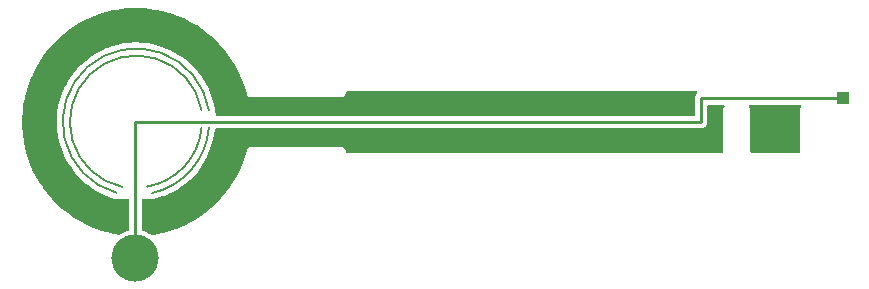
<source format=gbr>
%TF.GenerationSoftware,KiCad,Pcbnew,(6.0.6)*%
%TF.CreationDate,2022-09-17T20:01:25-04:00*%
%TF.ProjectId,Volta_Needle,566f6c74-615f-44e6-9565-646c652e6b69,rev?*%
%TF.SameCoordinates,Original*%
%TF.FileFunction,Copper,L2,Bot*%
%TF.FilePolarity,Positive*%
%FSLAX46Y46*%
G04 Gerber Fmt 4.6, Leading zero omitted, Abs format (unit mm)*
G04 Created by KiCad (PCBNEW (6.0.6)) date 2022-09-17 20:01:25*
%MOMM*%
%LPD*%
G01*
G04 APERTURE LIST*
%TA.AperFunction,NonConductor*%
%ADD10C,0.200000*%
%TD*%
%TA.AperFunction,SMDPad,CuDef*%
%ADD11C,4.000000*%
%TD*%
%TA.AperFunction,SMDPad,CuDef*%
%ADD12R,1.000000X1.000000*%
%TD*%
%TA.AperFunction,Conductor*%
%ADD13C,0.250000*%
%TD*%
G04 APERTURE END LIST*
D10*
X151757769Y-86028101D02*
G75*
G03*
X156573829Y-80502299I-1332640J6023114D01*
G01*
X155948689Y-78965406D02*
G75*
G03*
X149252049Y-85502298I-5528103J-1035394D01*
G01*
X156573830Y-79030454D02*
G75*
G03*
X148752049Y-86002298I-6153111J-970353D01*
G01*
X151330783Y-85476598D02*
G75*
G03*
X155948688Y-80502299I-909043J5474585D01*
G01*
D11*
%TO.P,J2,1,Pin_1*%
%TO.N,Net-(J1-Pad1)*%
X150360000Y-91560000D03*
%TD*%
D12*
%TO.P,J1,1,Pin_1*%
%TO.N,Net-(J1-Pad1)*%
X210252049Y-78002299D03*
%TD*%
D13*
%TO.N,Net-(J1-Pad1)*%
X150360000Y-80012299D02*
X150360000Y-90860250D01*
X198252049Y-80002299D02*
X150360000Y-80012299D01*
X150360000Y-90860250D02*
X150502049Y-91002299D01*
X198252049Y-78002299D02*
X198252049Y-80002299D01*
X210252049Y-78002299D02*
X198252049Y-78002299D01*
%TD*%
%TA.AperFunction,NonConductor*%
G36*
X206673486Y-78547484D02*
G01*
X206719241Y-78600288D01*
X206729185Y-78669446D01*
X206700160Y-78733002D01*
X206694128Y-78739480D01*
X206671950Y-78761658D01*
X206614354Y-78874696D01*
X206594508Y-79000000D01*
X206596035Y-79009641D01*
X206597973Y-79021878D01*
X206599500Y-79041275D01*
X206599500Y-82475500D01*
X206579815Y-82542539D01*
X206527011Y-82588294D01*
X206475500Y-82599500D01*
X202524500Y-82599500D01*
X202457461Y-82579815D01*
X202411706Y-82527011D01*
X202400500Y-82475500D01*
X202400500Y-79041275D01*
X202402027Y-79021878D01*
X202403965Y-79009641D01*
X202405492Y-79000000D01*
X202385646Y-78874696D01*
X202328050Y-78761658D01*
X202305872Y-78739480D01*
X202272387Y-78678157D01*
X202277371Y-78608465D01*
X202319243Y-78552532D01*
X202384707Y-78528115D01*
X202393553Y-78527799D01*
X206606447Y-78527799D01*
X206673486Y-78547484D01*
G37*
%TD.AperFunction*%
%TA.AperFunction,NonConductor*%
G36*
X150590830Y-70359220D02*
G01*
X150871605Y-70363530D01*
X150879471Y-70363901D01*
X151258606Y-70393927D01*
X151484569Y-70411822D01*
X151492415Y-70412696D01*
X152093205Y-70499022D01*
X152100980Y-70500393D01*
X152695078Y-70624781D01*
X152702729Y-70626638D01*
X153138977Y-70747407D01*
X153287699Y-70788578D01*
X153295237Y-70790925D01*
X153816061Y-70971506D01*
X153868731Y-70989768D01*
X153876104Y-70992591D01*
X154435754Y-71227515D01*
X154442933Y-71230801D01*
X154986508Y-71500868D01*
X154993463Y-71504604D01*
X155518752Y-71808717D01*
X155525455Y-71812888D01*
X156030316Y-72149804D01*
X156036741Y-72154393D01*
X156519158Y-72522771D01*
X156525277Y-72527760D01*
X156983262Y-72926080D01*
X156989049Y-72931446D01*
X157185918Y-73126012D01*
X157420761Y-73358107D01*
X157426197Y-73363833D01*
X157829882Y-73817103D01*
X157834942Y-73823163D01*
X157924548Y-73937689D01*
X158208967Y-74301207D01*
X158213614Y-74307551D01*
X158556469Y-74808441D01*
X158560703Y-74815070D01*
X158756326Y-75143978D01*
X158870994Y-75336774D01*
X158874811Y-75343685D01*
X159151249Y-75884033D01*
X159154619Y-75891172D01*
X159396113Y-76448019D01*
X159399023Y-76455359D01*
X159604599Y-77026467D01*
X159607035Y-77033977D01*
X159766376Y-77584288D01*
X159770733Y-77607269D01*
X159772108Y-77622025D01*
X159775972Y-77630986D01*
X159776891Y-77634587D01*
X159778042Y-77638106D01*
X159779586Y-77647738D01*
X159784032Y-77656423D01*
X159784033Y-77656426D01*
X159800591Y-77688770D01*
X159804082Y-77696182D01*
X159822337Y-77738524D01*
X159828780Y-77745852D01*
X159830752Y-77748969D01*
X159832946Y-77751976D01*
X159837395Y-77760667D01*
X159863376Y-77786549D01*
X159870060Y-77793208D01*
X159875668Y-77799177D01*
X159906109Y-77833798D01*
X159914507Y-77838780D01*
X159917362Y-77841148D01*
X159920358Y-77843316D01*
X159927273Y-77850205D01*
X159935977Y-77854619D01*
X159968406Y-77871065D01*
X159975585Y-77875010D01*
X160015222Y-77898523D01*
X160024743Y-77900665D01*
X160028195Y-77902037D01*
X160031716Y-77903174D01*
X160040419Y-77907587D01*
X160085973Y-77914714D01*
X160094012Y-77916246D01*
X160129469Y-77924221D01*
X160129473Y-77924221D01*
X160138995Y-77926363D01*
X160178370Y-77922694D01*
X160189628Y-77922159D01*
X163903001Y-77915139D01*
X167708987Y-77907943D01*
X167728613Y-77909469D01*
X167750000Y-77912856D01*
X167759635Y-77911330D01*
X167759638Y-77911330D01*
X167781750Y-77907828D01*
X167781943Y-77907805D01*
X167782277Y-77907804D01*
X167813136Y-77902856D01*
X167813371Y-77902819D01*
X167840495Y-77898523D01*
X167875304Y-77893010D01*
X167875651Y-77892833D01*
X167876033Y-77892772D01*
X167914828Y-77872913D01*
X167931944Y-77864151D01*
X167932151Y-77864045D01*
X167979733Y-77839801D01*
X167979735Y-77839799D01*
X167988342Y-77835414D01*
X167988616Y-77835140D01*
X167988962Y-77834963D01*
X168033468Y-77790288D01*
X168078050Y-77745706D01*
X168078227Y-77745359D01*
X168078500Y-77745085D01*
X168107099Y-77688694D01*
X168125744Y-77652102D01*
X168131222Y-77641351D01*
X168131222Y-77641350D01*
X168135646Y-77632668D01*
X168135706Y-77632287D01*
X168135883Y-77631939D01*
X168145686Y-77569276D01*
X168150500Y-77538883D01*
X168150500Y-77538551D01*
X168150522Y-77538363D01*
X168155492Y-77506596D01*
X168159118Y-77507163D01*
X168173579Y-77457626D01*
X168226310Y-77411787D01*
X168278000Y-77400500D01*
X197809963Y-77400500D01*
X197877002Y-77420185D01*
X197922757Y-77472989D01*
X197932701Y-77542147D01*
X197903676Y-77605703D01*
X197887997Y-77620867D01*
X197873895Y-77632287D01*
X197865374Y-77639187D01*
X197860478Y-77646076D01*
X197854819Y-77652102D01*
X197849555Y-77658465D01*
X197843337Y-77664183D01*
X197838885Y-77671364D01*
X197838882Y-77671367D01*
X197816159Y-77708015D01*
X197811849Y-77714502D01*
X197786868Y-77749655D01*
X197781970Y-77756548D01*
X197779106Y-77764503D01*
X197775280Y-77771822D01*
X197771922Y-77779363D01*
X197767467Y-77786549D01*
X197753438Y-77834836D01*
X197753078Y-77836076D01*
X197750671Y-77843483D01*
X197733199Y-77892014D01*
X197732580Y-77900445D01*
X197730822Y-77908715D01*
X197730599Y-77908668D01*
X197729977Y-77912125D01*
X197730262Y-77912176D01*
X197729112Y-77918567D01*
X197727298Y-77924811D01*
X197726549Y-77935011D01*
X197726549Y-77978030D01*
X197726216Y-77987111D01*
X197722655Y-78035606D01*
X197724325Y-78043886D01*
X197724517Y-78046947D01*
X197726549Y-78067297D01*
X197726549Y-79352935D01*
X197706864Y-79419974D01*
X197654060Y-79465729D01*
X197602576Y-79476935D01*
X159507692Y-79484889D01*
X157256029Y-79485359D01*
X157188985Y-79465688D01*
X157143219Y-79412894D01*
X157134685Y-79387009D01*
X157076512Y-79111869D01*
X157073837Y-79084946D01*
X157075031Y-78968712D01*
X157075031Y-78968708D01*
X157075080Y-78963914D01*
X157073304Y-78951687D01*
X157072047Y-78947603D01*
X157071935Y-78947071D01*
X156975733Y-78457415D01*
X156975730Y-78457404D01*
X156975285Y-78455137D01*
X156840694Y-77967247D01*
X156690548Y-77548579D01*
X156670633Y-77493047D01*
X156670631Y-77493042D01*
X156669842Y-77490842D01*
X156463693Y-77028614D01*
X156310991Y-76745527D01*
X156224517Y-76585217D01*
X156224512Y-76585208D01*
X156223414Y-76583173D01*
X155965987Y-76181425D01*
X155951624Y-76159009D01*
X155951622Y-76159007D01*
X155950359Y-76157035D01*
X155646073Y-75752608D01*
X155527954Y-75617987D01*
X155313814Y-75373931D01*
X155313811Y-75373927D01*
X155312273Y-75372175D01*
X155013770Y-75079566D01*
X154952509Y-75019515D01*
X154952507Y-75019513D01*
X154950845Y-75017884D01*
X154949070Y-75016388D01*
X154949061Y-75016380D01*
X154565611Y-74693239D01*
X154563830Y-74691738D01*
X154301928Y-74502747D01*
X154155316Y-74396950D01*
X154155307Y-74396944D01*
X154153414Y-74395578D01*
X153721915Y-74131078D01*
X153719862Y-74130023D01*
X153719848Y-74130015D01*
X153273838Y-73900793D01*
X153271770Y-73899730D01*
X152805522Y-73702842D01*
X152325805Y-73541525D01*
X152002052Y-73459125D01*
X151837575Y-73417263D01*
X151837571Y-73417262D01*
X151835327Y-73416691D01*
X151833055Y-73416292D01*
X151833048Y-73416290D01*
X151339153Y-73329448D01*
X151339144Y-73329447D01*
X151336859Y-73329045D01*
X150833217Y-73279082D01*
X150520430Y-73271665D01*
X150329574Y-73267139D01*
X150329568Y-73267139D01*
X150327245Y-73267084D01*
X149821800Y-73293120D01*
X149819500Y-73293413D01*
X149819498Y-73293413D01*
X149753081Y-73301869D01*
X149319738Y-73357040D01*
X148823895Y-73458486D01*
X148337070Y-73596884D01*
X148334901Y-73597681D01*
X148334895Y-73597683D01*
X148046257Y-73703748D01*
X147862015Y-73771451D01*
X147401410Y-73981203D01*
X147399372Y-73982323D01*
X147399366Y-73982326D01*
X147237944Y-74071035D01*
X146957860Y-74224954D01*
X146955935Y-74226209D01*
X146955928Y-74226213D01*
X146535820Y-74500055D01*
X146535809Y-74500063D01*
X146533868Y-74501328D01*
X146532017Y-74502744D01*
X146532012Y-74502747D01*
X146447122Y-74567662D01*
X146131829Y-74808764D01*
X146130093Y-74810311D01*
X146130091Y-74810313D01*
X145755749Y-75143978D01*
X145755741Y-75143985D01*
X145754014Y-75145525D01*
X145752402Y-75147195D01*
X145752393Y-75147204D01*
X145533590Y-75373931D01*
X145402557Y-75509709D01*
X145401065Y-75511508D01*
X145401063Y-75511510D01*
X145080942Y-75897451D01*
X145080934Y-75897462D01*
X145079443Y-75899259D01*
X144786498Y-76311976D01*
X144785298Y-76313968D01*
X144785293Y-76313976D01*
X144526585Y-76743517D01*
X144526578Y-76743529D01*
X144525375Y-76745527D01*
X144524319Y-76747621D01*
X144524315Y-76747629D01*
X144332342Y-77128447D01*
X144297550Y-77197465D01*
X144242405Y-77330953D01*
X144107949Y-77656426D01*
X144104309Y-77665236D01*
X144103587Y-77667440D01*
X143976648Y-78054918D01*
X143946744Y-78146198D01*
X143825744Y-78637636D01*
X143741994Y-79136773D01*
X143695966Y-79640790D01*
X143695929Y-79643132D01*
X143689185Y-80067306D01*
X143687920Y-80146841D01*
X143717901Y-80652067D01*
X143785741Y-81153614D01*
X143891056Y-81648650D01*
X143891713Y-81650895D01*
X143891715Y-81650902D01*
X144029966Y-82123157D01*
X144033251Y-82134379D01*
X144034064Y-82136540D01*
X144034067Y-82136548D01*
X144200895Y-82579815D01*
X144211524Y-82608057D01*
X144212507Y-82610172D01*
X144212508Y-82610174D01*
X144408369Y-83031519D01*
X144424866Y-83067009D01*
X144672074Y-83508643D01*
X144951751Y-83930463D01*
X145262317Y-84330089D01*
X145263880Y-84331815D01*
X145580615Y-84681624D01*
X145602018Y-84705262D01*
X145968936Y-85053864D01*
X145970744Y-85055340D01*
X146208441Y-85249385D01*
X146360998Y-85373926D01*
X146362906Y-85375258D01*
X146605436Y-85544572D01*
X146775990Y-85663639D01*
X146777977Y-85664815D01*
X146777979Y-85664816D01*
X147209562Y-85920182D01*
X147209569Y-85920186D01*
X147211567Y-85921368D01*
X147213648Y-85922397D01*
X147213654Y-85922400D01*
X147390098Y-86009625D01*
X147665270Y-86145657D01*
X147667422Y-86146526D01*
X147667430Y-86146530D01*
X148132362Y-86334361D01*
X148132369Y-86334363D01*
X148134536Y-86335239D01*
X148136760Y-86335949D01*
X148136770Y-86335952D01*
X148594918Y-86482090D01*
X148600536Y-86484044D01*
X148604735Y-86486010D01*
X148609338Y-86487350D01*
X148609339Y-86487351D01*
X148611996Y-86488125D01*
X148612000Y-86488126D01*
X148616598Y-86489465D01*
X148621356Y-86490082D01*
X148750010Y-86506765D01*
X148750012Y-86506765D01*
X148758773Y-86507901D01*
X148808264Y-86500140D01*
X148827519Y-86498644D01*
X149303455Y-86498865D01*
X149710558Y-86499054D01*
X149777588Y-86518770D01*
X149823318Y-86571595D01*
X149834500Y-86623054D01*
X149834500Y-89120380D01*
X149814815Y-89187419D01*
X149762011Y-89233174D01*
X149741338Y-89240483D01*
X149713768Y-89247562D01*
X149620518Y-89271504D01*
X149620511Y-89271506D01*
X149616738Y-89272475D01*
X149613109Y-89273912D01*
X149339527Y-89382230D01*
X149339522Y-89382232D01*
X149335896Y-89383668D01*
X149071205Y-89529184D01*
X149068054Y-89531473D01*
X149068045Y-89531479D01*
X149067036Y-89532212D01*
X149066702Y-89532331D01*
X149064761Y-89533563D01*
X149064482Y-89533123D01*
X149001229Y-89555688D01*
X148973916Y-89554227D01*
X148697308Y-89508463D01*
X148545031Y-89483269D01*
X148537306Y-89481737D01*
X147945965Y-89344746D01*
X147938368Y-89342729D01*
X147455247Y-89197862D01*
X147356966Y-89168392D01*
X147349480Y-89165885D01*
X146780344Y-88954899D01*
X146773033Y-88951920D01*
X146218516Y-88705162D01*
X146211408Y-88701725D01*
X145673669Y-88420153D01*
X145666795Y-88416269D01*
X145148108Y-88101074D01*
X145141495Y-88096762D01*
X144643888Y-87749177D01*
X144637563Y-87744452D01*
X144163099Y-87365916D01*
X144157087Y-87360798D01*
X143946294Y-87169448D01*
X143707657Y-86952822D01*
X143702009Y-86947358D01*
X143453476Y-86691064D01*
X143279443Y-86511597D01*
X143274131Y-86505757D01*
X142880184Y-86044028D01*
X142875253Y-86037862D01*
X142511474Y-85551980D01*
X142506946Y-85545513D01*
X142188204Y-85057932D01*
X142174826Y-85037467D01*
X142170720Y-85030728D01*
X142116289Y-84934618D01*
X141871603Y-84502576D01*
X141867934Y-84495588D01*
X141723926Y-84198703D01*
X141603025Y-83949454D01*
X141599820Y-83942271D01*
X141370211Y-83380407D01*
X141367458Y-83373007D01*
X141264603Y-83067009D01*
X141174064Y-82797651D01*
X141171792Y-82790104D01*
X141105780Y-82542539D01*
X141015409Y-82203625D01*
X141013619Y-82195936D01*
X140894874Y-81600692D01*
X140893577Y-81592904D01*
X140812954Y-80991319D01*
X140812155Y-80983465D01*
X140769978Y-80377969D01*
X140769680Y-80370079D01*
X140766121Y-79763116D01*
X140766326Y-79755224D01*
X140766767Y-79747616D01*
X140801400Y-79149269D01*
X140802107Y-79141405D01*
X140875671Y-78538908D01*
X140876877Y-78531106D01*
X140988632Y-77934517D01*
X140990332Y-77926807D01*
X141139827Y-77338539D01*
X141142014Y-77330953D01*
X141239708Y-77028614D01*
X141328644Y-76753379D01*
X141331306Y-76745959D01*
X141554317Y-76181425D01*
X141557450Y-76174178D01*
X141815916Y-75625020D01*
X141819503Y-75617987D01*
X142112410Y-75086356D01*
X142116438Y-75079566D01*
X142155736Y-75017884D01*
X142442582Y-74567653D01*
X142447028Y-74561142D01*
X142568874Y-74394358D01*
X142805080Y-74071034D01*
X142809937Y-74064811D01*
X143198462Y-73598471D01*
X143203706Y-73592570D01*
X143426363Y-73357506D01*
X143621110Y-73151908D01*
X143626695Y-73146375D01*
X144071342Y-72733126D01*
X144077254Y-72727974D01*
X144547277Y-72343876D01*
X144553529Y-72339091D01*
X145047019Y-71985699D01*
X145053581Y-71981309D01*
X145323551Y-71812888D01*
X145568570Y-71660033D01*
X145575356Y-71656093D01*
X146109781Y-71368221D01*
X146116821Y-71364714D01*
X146668426Y-71111460D01*
X146675703Y-71108396D01*
X147242328Y-70890750D01*
X147249774Y-70888159D01*
X147829086Y-70707017D01*
X147836693Y-70704902D01*
X148426346Y-70560997D01*
X148434071Y-70559370D01*
X148793936Y-70495486D01*
X149031701Y-70453278D01*
X149039512Y-70452146D01*
X149642687Y-70384299D01*
X149650556Y-70383667D01*
X150256813Y-70354344D01*
X150264707Y-70354214D01*
X150590830Y-70359220D01*
G37*
%TD.AperFunction*%
%TA.AperFunction,NonConductor*%
G36*
X200173486Y-78547484D02*
G01*
X200219241Y-78600288D01*
X200229185Y-78669446D01*
X200200160Y-78733002D01*
X200194128Y-78739480D01*
X200171950Y-78761658D01*
X200114354Y-78874696D01*
X200094508Y-79000000D01*
X200096035Y-79009641D01*
X200097973Y-79021878D01*
X200099500Y-79041275D01*
X200099500Y-82475500D01*
X200079815Y-82542539D01*
X200027011Y-82588294D01*
X199975500Y-82599500D01*
X168277157Y-82599500D01*
X168210118Y-82579815D01*
X168164363Y-82527011D01*
X168154684Y-82494898D01*
X168141989Y-82414743D01*
X168135646Y-82374696D01*
X168078050Y-82261658D01*
X167988342Y-82171950D01*
X167875304Y-82114354D01*
X167781519Y-82099500D01*
X167750000Y-82094508D01*
X167740359Y-82096035D01*
X167728122Y-82097973D01*
X167708725Y-82099500D01*
X160189418Y-82099500D01*
X160177892Y-82098963D01*
X160148778Y-82096245D01*
X160148777Y-82096245D01*
X160139061Y-82095338D01*
X160129539Y-82097478D01*
X160093552Y-82105566D01*
X160085759Y-82107057D01*
X160039689Y-82114354D01*
X160030993Y-82118785D01*
X160028084Y-82119730D01*
X160027857Y-82119792D01*
X160027643Y-82119889D01*
X160024803Y-82121017D01*
X160015283Y-82123157D01*
X159975151Y-82146954D01*
X159968223Y-82150768D01*
X159926651Y-82171950D01*
X159919749Y-82178852D01*
X159917283Y-82180644D01*
X159917083Y-82180775D01*
X159916908Y-82180935D01*
X159914558Y-82182884D01*
X159906159Y-82187864D01*
X159899710Y-82195196D01*
X159875351Y-82222891D01*
X159869923Y-82228678D01*
X159836943Y-82261658D01*
X159832510Y-82270358D01*
X159830724Y-82272817D01*
X159830568Y-82273011D01*
X159830449Y-82273221D01*
X159828820Y-82275795D01*
X159822372Y-82283125D01*
X159818505Y-82292089D01*
X159818504Y-82292091D01*
X159803896Y-82325955D01*
X159800523Y-82333134D01*
X159783778Y-82365999D01*
X159779347Y-82374696D01*
X159777821Y-82384336D01*
X159776879Y-82387234D01*
X159776794Y-82387459D01*
X159776744Y-82387702D01*
X159775990Y-82390651D01*
X159772123Y-82399616D01*
X159771216Y-82409337D01*
X159770711Y-82414743D01*
X159766414Y-82437503D01*
X159617878Y-82953765D01*
X159615609Y-82960845D01*
X159424918Y-83499722D01*
X159422229Y-83506653D01*
X159199583Y-84033137D01*
X159196483Y-84039895D01*
X158942682Y-84552093D01*
X158939182Y-84558653D01*
X158655630Y-85053864D01*
X158655152Y-85054698D01*
X158651270Y-85061031D01*
X158377401Y-85479055D01*
X158338004Y-85539189D01*
X158333753Y-85545272D01*
X158054641Y-85920182D01*
X157992392Y-86003797D01*
X157987782Y-86009616D01*
X157961337Y-86041018D01*
X157619567Y-86446842D01*
X157614610Y-86452383D01*
X157220835Y-86866774D01*
X157215554Y-86872007D01*
X157128954Y-86952835D01*
X156797666Y-87262040D01*
X156792104Y-87266928D01*
X156351571Y-87631233D01*
X156345719Y-87635783D01*
X156227250Y-87722342D01*
X155884169Y-87973012D01*
X155878037Y-87977217D01*
X155397093Y-88286186D01*
X155390726Y-88290012D01*
X154892127Y-88569603D01*
X154885550Y-88573035D01*
X154616117Y-88703550D01*
X154371111Y-88822232D01*
X154364329Y-88825270D01*
X153835864Y-89043194D01*
X153828913Y-89045819D01*
X153475712Y-89167256D01*
X153288336Y-89231679D01*
X153281236Y-89233884D01*
X152730508Y-89387007D01*
X152723286Y-89388783D01*
X152164356Y-89508628D01*
X152157069Y-89509964D01*
X151950276Y-89541483D01*
X151765425Y-89569657D01*
X151696185Y-89560299D01*
X151673856Y-89547391D01*
X151651959Y-89531482D01*
X151651950Y-89531477D01*
X151648795Y-89529184D01*
X151645380Y-89527307D01*
X151645376Y-89527304D01*
X151531469Y-89464683D01*
X151384104Y-89383668D01*
X151380478Y-89382232D01*
X151380473Y-89382230D01*
X151106891Y-89273912D01*
X151103262Y-89272475D01*
X151099489Y-89271506D01*
X151099482Y-89271504D01*
X151006232Y-89247562D01*
X150978663Y-89240484D01*
X150918625Y-89204747D01*
X150887439Y-89142223D01*
X150885500Y-89120380D01*
X150885500Y-86623656D01*
X150905185Y-86556617D01*
X150957989Y-86510862D01*
X151009555Y-86499656D01*
X151563790Y-86499913D01*
X151592410Y-86503276D01*
X151711731Y-86531644D01*
X151720556Y-86531193D01*
X151850117Y-86524571D01*
X151854910Y-86524326D01*
X151859604Y-86523347D01*
X151859606Y-86523347D01*
X151861352Y-86522983D01*
X151867005Y-86521804D01*
X151870937Y-86520324D01*
X151871083Y-86520284D01*
X152347874Y-86395908D01*
X152347881Y-86395906D01*
X152350127Y-86395320D01*
X152607686Y-86307095D01*
X152820385Y-86234237D01*
X152820398Y-86234232D01*
X152822567Y-86233489D01*
X153281583Y-86036784D01*
X153503437Y-85921368D01*
X153722540Y-85807383D01*
X153722544Y-85807381D01*
X153724606Y-85806308D01*
X153726579Y-85805086D01*
X153726586Y-85805082D01*
X154135223Y-85551980D01*
X154149155Y-85543351D01*
X154151012Y-85541998D01*
X154151025Y-85541990D01*
X154550988Y-85250743D01*
X154552853Y-85249385D01*
X154933440Y-84926056D01*
X154935097Y-84924420D01*
X155287144Y-84576794D01*
X155287152Y-84576786D01*
X155288785Y-84575173D01*
X155616898Y-84198703D01*
X155618277Y-84196858D01*
X155618284Y-84196850D01*
X155914548Y-83800618D01*
X155914551Y-83800614D01*
X155915943Y-83798752D01*
X155917187Y-83796799D01*
X155917194Y-83796789D01*
X156182999Y-83379518D01*
X156183006Y-83379506D01*
X156184245Y-83377561D01*
X156420302Y-82937486D01*
X156622791Y-82480992D01*
X156790580Y-82010636D01*
X156922729Y-81529050D01*
X157018498Y-81038931D01*
X157065159Y-80645759D01*
X157092607Y-80581507D01*
X157150435Y-80542294D01*
X157188269Y-80536373D01*
X198227818Y-80527804D01*
X198236924Y-80528137D01*
X198247752Y-80528932D01*
X198285356Y-80531693D01*
X198335992Y-80521483D01*
X198343647Y-80520188D01*
X198344467Y-80520075D01*
X198394802Y-80513170D01*
X198402562Y-80509810D01*
X198410467Y-80507601D01*
X198418208Y-80504905D01*
X198426493Y-80503235D01*
X198472507Y-80479790D01*
X198479531Y-80476484D01*
X198519170Y-80459321D01*
X198519172Y-80459320D01*
X198526927Y-80455962D01*
X198533492Y-80450643D01*
X198540496Y-80446400D01*
X198547246Y-80441708D01*
X198554779Y-80437870D01*
X198561003Y-80432147D01*
X198561007Y-80432144D01*
X198592800Y-80402909D01*
X198598676Y-80397835D01*
X198613725Y-80385644D01*
X198638800Y-80365330D01*
X198643693Y-80358442D01*
X198649311Y-80352457D01*
X198654542Y-80346134D01*
X198660761Y-80340415D01*
X198687981Y-80296514D01*
X198692270Y-80290058D01*
X198717283Y-80254845D01*
X198717284Y-80254843D01*
X198722179Y-80247952D01*
X198725040Y-80240000D01*
X198728838Y-80232732D01*
X198732177Y-80225233D01*
X198736631Y-80218049D01*
X198738988Y-80209935D01*
X198738991Y-80209929D01*
X198751041Y-80168453D01*
X198753439Y-80161070D01*
X198768060Y-80120431D01*
X198768060Y-80120430D01*
X198770922Y-80112476D01*
X198771539Y-80104045D01*
X198773295Y-80095775D01*
X198773528Y-80095825D01*
X198774130Y-80092481D01*
X198773836Y-80092428D01*
X198774989Y-80086019D01*
X198776800Y-80079787D01*
X198777549Y-80069587D01*
X198777549Y-80026502D01*
X198777880Y-80017447D01*
X198780819Y-79977312D01*
X198780819Y-79977310D01*
X198781436Y-79968881D01*
X198779763Y-79960593D01*
X198779557Y-79957329D01*
X198777549Y-79937233D01*
X198777549Y-78651799D01*
X198797234Y-78584760D01*
X198850038Y-78539005D01*
X198901549Y-78527799D01*
X200106447Y-78527799D01*
X200173486Y-78547484D01*
G37*
%TD.AperFunction*%
M02*

</source>
